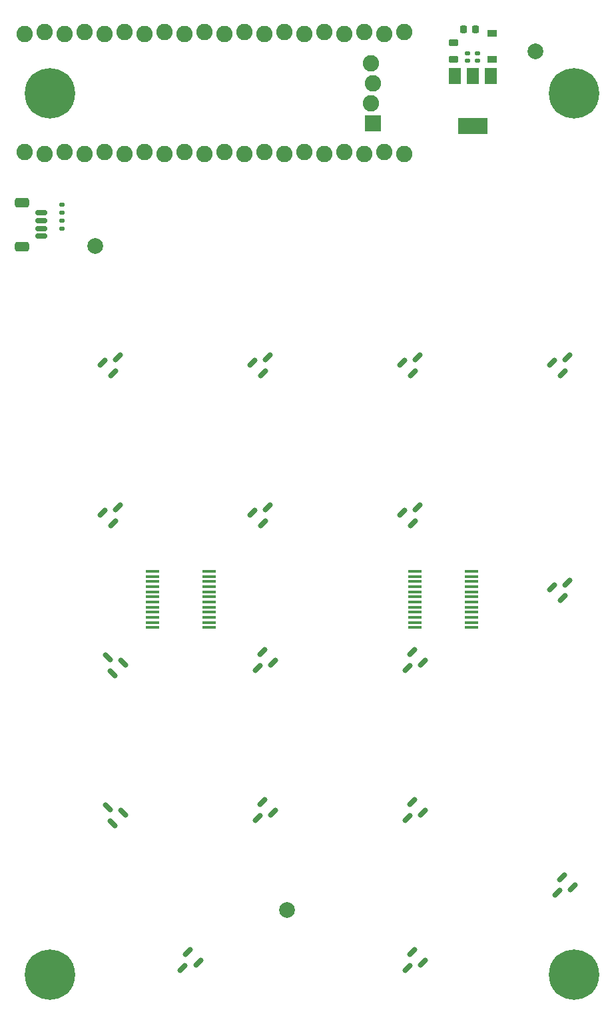
<source format=gbr>
%TF.GenerationSoftware,KiCad,Pcbnew,(6.0.4)*%
%TF.CreationDate,2022-08-26T16:16:49-04:00*%
%TF.ProjectId,Prototype Numpad,50726f74-6f74-4797-9065-204e756d7061,rev?*%
%TF.SameCoordinates,Original*%
%TF.FileFunction,Soldermask,Top*%
%TF.FilePolarity,Negative*%
%FSLAX46Y46*%
G04 Gerber Fmt 4.6, Leading zero omitted, Abs format (unit mm)*
G04 Created by KiCad (PCBNEW (6.0.4)) date 2022-08-26 16:16:49*
%MOMM*%
%LPD*%
G01*
G04 APERTURE LIST*
G04 Aperture macros list*
%AMRoundRect*
0 Rectangle with rounded corners*
0 $1 Rounding radius*
0 $2 $3 $4 $5 $6 $7 $8 $9 X,Y pos of 4 corners*
0 Add a 4 corners polygon primitive as box body*
4,1,4,$2,$3,$4,$5,$6,$7,$8,$9,$2,$3,0*
0 Add four circle primitives for the rounded corners*
1,1,$1+$1,$2,$3*
1,1,$1+$1,$4,$5*
1,1,$1+$1,$6,$7*
1,1,$1+$1,$8,$9*
0 Add four rect primitives between the rounded corners*
20,1,$1+$1,$2,$3,$4,$5,0*
20,1,$1+$1,$4,$5,$6,$7,0*
20,1,$1+$1,$6,$7,$8,$9,0*
20,1,$1+$1,$8,$9,$2,$3,0*%
G04 Aperture macros list end*
%ADD10RoundRect,0.150000X0.309359X0.521491X-0.521491X-0.309359X-0.309359X-0.521491X0.521491X0.309359X0*%
%ADD11RoundRect,0.150000X-0.309359X-0.521491X0.521491X0.309359X0.309359X0.521491X-0.521491X-0.309359X0*%
%ADD12RoundRect,0.218750X0.218750X0.256250X-0.218750X0.256250X-0.218750X-0.256250X0.218750X-0.256250X0*%
%ADD13RoundRect,0.150000X0.625000X-0.150000X0.625000X0.150000X-0.625000X0.150000X-0.625000X-0.150000X0*%
%ADD14RoundRect,0.250000X0.650000X-0.350000X0.650000X0.350000X-0.650000X0.350000X-0.650000X-0.350000X0*%
%ADD15R,1.750000X0.450000*%
%ADD16RoundRect,0.135000X0.185000X-0.135000X0.185000X0.135000X-0.185000X0.135000X-0.185000X-0.135000X0*%
%ADD17RoundRect,0.135000X-0.185000X0.135000X-0.185000X-0.135000X0.185000X-0.135000X0.185000X0.135000X0*%
%ADD18RoundRect,0.218750X0.381250X-0.218750X0.381250X0.218750X-0.381250X0.218750X-0.381250X-0.218750X0*%
%ADD19C,6.400000*%
%ADD20C,2.000000*%
%ADD21RoundRect,0.140000X0.170000X-0.140000X0.170000X0.140000X-0.170000X0.140000X-0.170000X-0.140000X0*%
%ADD22RoundRect,0.150000X0.521491X-0.309359X-0.309359X0.521491X-0.521491X0.309359X0.309359X-0.521491X0*%
%ADD23R,1.200000X0.900000*%
%ADD24C,2.082800*%
%ADD25RoundRect,0.101600X0.939800X0.939800X-0.939800X0.939800X-0.939800X-0.939800X0.939800X-0.939800X0*%
%ADD26R,1.500000X2.000000*%
%ADD27R,3.800000X2.000000*%
G04 APERTURE END LIST*
D10*
%TO.C,U9*%
X285576751Y-219961752D03*
X284233248Y-218618249D03*
X283579174Y-220615826D03*
%TD*%
D11*
%TO.C,U17*%
X301957423Y-181844074D03*
X303300926Y-183187577D03*
X303955000Y-181190000D03*
%TD*%
%TO.C,U14*%
X263857423Y-200894074D03*
X265200926Y-202237577D03*
X265855000Y-200240000D03*
%TD*%
D10*
%TO.C,U3*%
X304626751Y-258061752D03*
X303283248Y-256718249D03*
X302629174Y-258715826D03*
%TD*%
%TO.C,U6*%
X285576751Y-239011752D03*
X284233248Y-237668249D03*
X283579174Y-239665826D03*
%TD*%
D11*
%TO.C,U11*%
X321007423Y-210419074D03*
X322350926Y-211762577D03*
X323005000Y-209765000D03*
%TD*%
D12*
%TO.C,F1*%
X311317501Y-139550003D03*
X309742501Y-139550003D03*
%TD*%
D11*
%TO.C,U13*%
X282907423Y-200894074D03*
X284250926Y-202237577D03*
X284905000Y-200240000D03*
%TD*%
D13*
%TO.C,J1*%
X256118750Y-165806250D03*
X256118750Y-164806250D03*
X256118750Y-163806250D03*
X256118750Y-162806250D03*
D14*
X253593750Y-167106250D03*
X253593750Y-161506250D03*
%TD*%
D15*
%TO.C,AM0*%
X270243750Y-208356250D03*
X270243750Y-209006250D03*
X270243750Y-209656250D03*
X270243750Y-210306250D03*
X270243750Y-210956250D03*
X270243750Y-211606250D03*
X270243750Y-212256250D03*
X270243750Y-212906250D03*
X270243750Y-213556250D03*
X270243750Y-214206250D03*
X270243750Y-214856250D03*
X270243750Y-215506250D03*
X277443750Y-215506250D03*
X277443750Y-214856250D03*
X277443750Y-214206250D03*
X277443750Y-213556250D03*
X277443750Y-212906250D03*
X277443750Y-212256250D03*
X277443750Y-211606250D03*
X277443750Y-210956250D03*
X277443750Y-210306250D03*
X277443750Y-209656250D03*
X277443750Y-209006250D03*
X277443750Y-208356250D03*
%TD*%
D16*
%TO.C,R1*%
X258730000Y-162810000D03*
X258730000Y-161790000D03*
%TD*%
D17*
%TO.C,R2*%
X258730000Y-163800000D03*
X258730000Y-164820000D03*
%TD*%
D18*
%TO.C,FB1*%
X308530000Y-143312502D03*
X308530000Y-141187502D03*
%TD*%
D11*
%TO.C,U15*%
X263857423Y-181844074D03*
X265200926Y-183187577D03*
X265855000Y-181190000D03*
%TD*%
D19*
%TO.C,H4*%
X257175000Y-147637500D03*
%TD*%
D15*
%TO.C,AM1*%
X303581250Y-208356250D03*
X303581250Y-209006250D03*
X303581250Y-209656250D03*
X303581250Y-210306250D03*
X303581250Y-210956250D03*
X303581250Y-211606250D03*
X303581250Y-212256250D03*
X303581250Y-212906250D03*
X303581250Y-213556250D03*
X303581250Y-214206250D03*
X303581250Y-214856250D03*
X303581250Y-215506250D03*
X310781250Y-215506250D03*
X310781250Y-214856250D03*
X310781250Y-214206250D03*
X310781250Y-213556250D03*
X310781250Y-212906250D03*
X310781250Y-212256250D03*
X310781250Y-211606250D03*
X310781250Y-210956250D03*
X310781250Y-210306250D03*
X310781250Y-209656250D03*
X310781250Y-209006250D03*
X310781250Y-208356250D03*
%TD*%
D20*
%TO.C,FID2*%
X318880000Y-142300000D03*
%TD*%
D21*
%TO.C,C2*%
X311530000Y-143530000D03*
X311530000Y-142570000D03*
%TD*%
D10*
%TO.C,U5*%
X304626751Y-239011752D03*
X303283248Y-237668249D03*
X302629174Y-239665826D03*
%TD*%
D22*
%TO.C,U8*%
X265183248Y-221287577D03*
X266526751Y-219944074D03*
X264529174Y-219290000D03*
%TD*%
D23*
%TO.C,D1*%
X313430001Y-140000001D03*
X313430001Y-143300001D03*
%TD*%
D19*
%TO.C,H3*%
X323850000Y-147637500D03*
%TD*%
D22*
%TO.C,U7*%
X265183248Y-240337577D03*
X266526751Y-238994074D03*
X264529174Y-238340000D03*
%TD*%
D21*
%TO.C,C1*%
X310230000Y-143530002D03*
X310230000Y-142570002D03*
%TD*%
D10*
%TO.C,U10*%
X304626751Y-219961752D03*
X303283248Y-218618249D03*
X302629174Y-220615826D03*
%TD*%
D20*
%TO.C,FID3*%
X262910000Y-167070000D03*
%TD*%
D10*
%TO.C,U4*%
X323676751Y-248536752D03*
X322333248Y-247193249D03*
X321679174Y-249190826D03*
%TD*%
D20*
%TO.C,FID1*%
X287320000Y-251400000D03*
%TD*%
D11*
%TO.C,U12*%
X301957423Y-200894074D03*
X303300926Y-202237577D03*
X303955000Y-200240000D03*
%TD*%
%TO.C,U16*%
X282907423Y-181844074D03*
X284250926Y-183187577D03*
X284905000Y-181190000D03*
%TD*%
D24*
%TO.C,U1*%
X253950000Y-155130500D03*
X256490000Y-155384500D03*
X259030000Y-155130500D03*
X261570000Y-155384500D03*
X264110000Y-155130500D03*
X266650000Y-155384500D03*
X269190000Y-155130500D03*
X271730000Y-155384500D03*
X274270000Y-155130500D03*
X276810000Y-155384500D03*
X279350000Y-155130500D03*
X281890000Y-155384500D03*
X284430000Y-155130500D03*
X286970000Y-155384500D03*
X289510000Y-155130500D03*
X292050000Y-155384500D03*
X294590000Y-155130500D03*
X297130000Y-155384500D03*
X299670000Y-155130500D03*
X302210000Y-155384500D03*
X302210000Y-139890500D03*
X299670000Y-140144500D03*
X297130000Y-139890500D03*
X294590000Y-140144500D03*
X292050000Y-139890500D03*
X289510000Y-140144500D03*
X286970000Y-139890500D03*
X284430000Y-140144500D03*
X281890000Y-139890500D03*
X279350000Y-140144500D03*
X276810000Y-139890500D03*
X274270000Y-140144500D03*
X271730000Y-139890500D03*
X269190000Y-140144500D03*
X266650000Y-139890500D03*
X264110000Y-140144500D03*
X261570000Y-139890500D03*
X259030000Y-140144500D03*
X256490000Y-139890500D03*
X253950000Y-140144500D03*
D25*
X298227000Y-151447500D03*
D24*
X297973000Y-148907500D03*
X298227000Y-146367500D03*
X297973000Y-143827500D03*
%TD*%
D19*
%TO.C,H1*%
X257175000Y-259556250D03*
%TD*%
D26*
%TO.C,LDO1*%
X313230000Y-145500002D03*
D27*
X310930000Y-151800002D03*
D26*
X310930000Y-145500002D03*
X308630000Y-145500002D03*
%TD*%
D11*
%TO.C,U18*%
X321007423Y-181844074D03*
X322350926Y-183187577D03*
X323005000Y-181190000D03*
%TD*%
D10*
%TO.C,U2*%
X276054664Y-258058839D03*
X274711161Y-256715336D03*
X274057087Y-258712913D03*
%TD*%
D19*
%TO.C,H2*%
X323850000Y-259556250D03*
%TD*%
M02*

</source>
